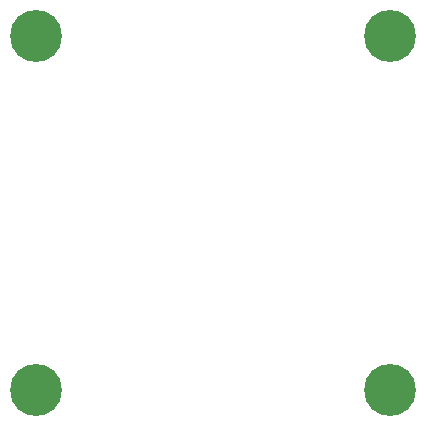
<source format=gbl>
%TF.GenerationSoftware,KiCad,Pcbnew,8.0.8*%
%TF.CreationDate,2025-01-29T17:06:00+00:00*%
%TF.ProjectId,ec30_3x3_l_mh_0.1,65633330-5f33-4783-935f-6c5f6d685f30,v0.1*%
%TF.SameCoordinates,PX8d24d00PY36d6160*%
%TF.FileFunction,Copper,L4,Bot*%
%TF.FilePolarity,Positive*%
%FSLAX46Y46*%
G04 Gerber Fmt 4.6, Leading zero omitted, Abs format (unit mm)*
G04 Created by KiCad (PCBNEW 8.0.8) date 2025-01-29 17:06:00*
%MOMM*%
%LPD*%
G01*
G04 APERTURE LIST*
%TA.AperFunction,ComponentPad*%
%ADD10C,4.400000*%
%TD*%
%TA.AperFunction,FiducialPad,Local*%
%ADD11C,4.400000*%
%TD*%
G04 APERTURE END LIST*
D10*
%TO.P,MH3,MH3,MH3*%
%TO.N,JD_PWR*%
X-15000800Y-15000800D03*
%TD*%
%TO.P,MH4,MH4,MH4*%
%TO.N,GND*%
X15000000Y-14999999D03*
%TD*%
%TO.P,MH2,MH2,MH2*%
%TO.N,GND*%
X15000000Y15000000D03*
%TD*%
D11*
%TO.P,MH1,MH1,MH1*%
%TO.N,JD_DATA*%
X-15000000Y15000001D03*
%TD*%
M02*

</source>
